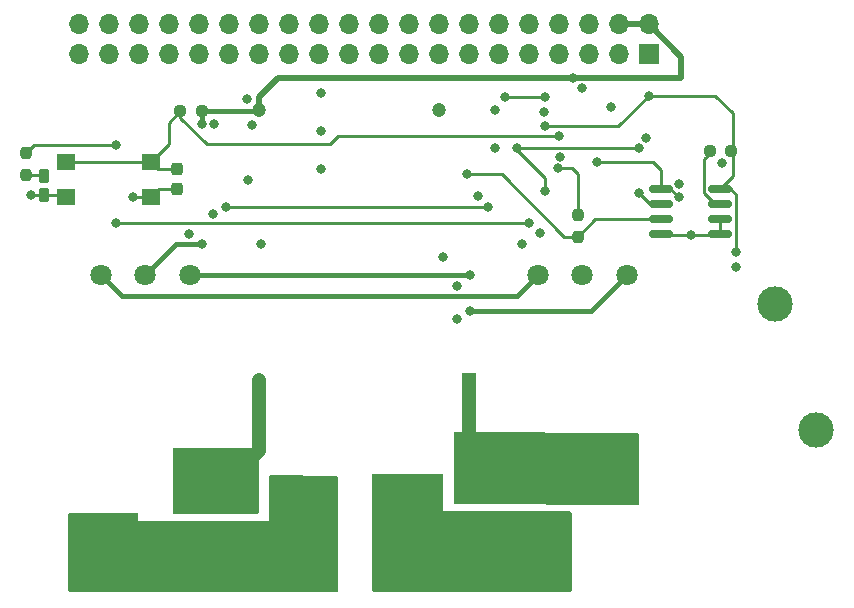
<source format=gtl>
%TF.GenerationSoftware,KiCad,Pcbnew,(6.0.8)*%
%TF.CreationDate,2023-02-20T09:44:42-06:00*%
%TF.ProjectId,PumpTimerV2,50756d70-5469-46d6-9572-56322e6b6963,rev?*%
%TF.SameCoordinates,Original*%
%TF.FileFunction,Copper,L1,Top*%
%TF.FilePolarity,Positive*%
%FSLAX46Y46*%
G04 Gerber Fmt 4.6, Leading zero omitted, Abs format (unit mm)*
G04 Created by KiCad (PCBNEW (6.0.8)) date 2023-02-20 09:44:42*
%MOMM*%
%LPD*%
G01*
G04 APERTURE LIST*
G04 Aperture macros list*
%AMRoundRect*
0 Rectangle with rounded corners*
0 $1 Rounding radius*
0 $2 $3 $4 $5 $6 $7 $8 $9 X,Y pos of 4 corners*
0 Add a 4 corners polygon primitive as box body*
4,1,4,$2,$3,$4,$5,$6,$7,$8,$9,$2,$3,0*
0 Add four circle primitives for the rounded corners*
1,1,$1+$1,$2,$3*
1,1,$1+$1,$4,$5*
1,1,$1+$1,$6,$7*
1,1,$1+$1,$8,$9*
0 Add four rect primitives between the rounded corners*
20,1,$1+$1,$2,$3,$4,$5,0*
20,1,$1+$1,$4,$5,$6,$7,0*
20,1,$1+$1,$6,$7,$8,$9,0*
20,1,$1+$1,$8,$9,$2,$3,0*%
G04 Aperture macros list end*
%TA.AperFunction,ComponentPad*%
%ADD10C,1.800000*%
%TD*%
%TA.AperFunction,ComponentPad*%
%ADD11C,2.100000*%
%TD*%
%TA.AperFunction,ComponentPad*%
%ADD12R,2.100000X2.100000*%
%TD*%
%TA.AperFunction,SMDPad,CuDef*%
%ADD13RoundRect,0.150000X-0.825000X-0.150000X0.825000X-0.150000X0.825000X0.150000X-0.825000X0.150000X0*%
%TD*%
%TA.AperFunction,SMDPad,CuDef*%
%ADD14R,1.600000X1.400000*%
%TD*%
%TA.AperFunction,SMDPad,CuDef*%
%ADD15RoundRect,0.237500X0.237500X-0.250000X0.237500X0.250000X-0.237500X0.250000X-0.237500X-0.250000X0*%
%TD*%
%TA.AperFunction,SMDPad,CuDef*%
%ADD16RoundRect,0.212500X0.212500X-0.400000X0.212500X0.400000X-0.212500X0.400000X-0.212500X-0.400000X0*%
%TD*%
%TA.AperFunction,ComponentPad*%
%ADD17R,1.200000X1.200000*%
%TD*%
%TA.AperFunction,ComponentPad*%
%ADD18C,1.200000*%
%TD*%
%TA.AperFunction,ComponentPad*%
%ADD19C,3.000000*%
%TD*%
%TA.AperFunction,SMDPad,CuDef*%
%ADD20RoundRect,0.237500X0.250000X0.237500X-0.250000X0.237500X-0.250000X-0.237500X0.250000X-0.237500X0*%
%TD*%
%TA.AperFunction,SMDPad,CuDef*%
%ADD21RoundRect,0.237500X-0.237500X0.300000X-0.237500X-0.300000X0.237500X-0.300000X0.237500X0.300000X0*%
%TD*%
%TA.AperFunction,SMDPad,CuDef*%
%ADD22RoundRect,0.237500X-0.237500X0.250000X-0.237500X-0.250000X0.237500X-0.250000X0.237500X0.250000X0*%
%TD*%
%TA.AperFunction,ComponentPad*%
%ADD23R,1.700000X1.700000*%
%TD*%
%TA.AperFunction,ComponentPad*%
%ADD24O,1.700000X1.700000*%
%TD*%
%TA.AperFunction,ViaPad*%
%ADD25C,0.800000*%
%TD*%
%TA.AperFunction,Conductor*%
%ADD26C,0.250000*%
%TD*%
%TA.AperFunction,Conductor*%
%ADD27C,0.500000*%
%TD*%
%TA.AperFunction,Conductor*%
%ADD28C,0.400000*%
%TD*%
%TA.AperFunction,Conductor*%
%ADD29C,1.200000*%
%TD*%
G04 APERTURE END LIST*
D10*
%TO.P,K2,1*%
%TO.N,/Reset*%
X87250000Y-86500000D03*
%TO.P,K2,6*%
%TO.N,/Set*%
X94750000Y-86500000D03*
%TO.P,K2,3*%
%TO.N,/Line2_out*%
X87250000Y-107500000D03*
%TO.P,K2,7*%
%TO.N,+5VD*%
X91000000Y-86500000D03*
%TO.P,K2,5*%
%TO.N,/Line2_in*%
X94750000Y-104000000D03*
%TD*%
%TO.P,K1,1*%
%TO.N,/Reset*%
X50250000Y-86500000D03*
%TO.P,K1,6*%
%TO.N,/Set*%
X57750000Y-86500000D03*
%TO.P,K1,3*%
%TO.N,/Line1_out*%
X50250000Y-107500000D03*
%TO.P,K1,7*%
%TO.N,+5VD*%
X54000000Y-86500000D03*
%TO.P,K1,5*%
%TO.N,/Line1_in*%
X57750000Y-104000000D03*
%TD*%
D11*
%TO.P,J3,2,2*%
%TO.N,/Line2_in*%
X81390000Y-104500000D03*
D12*
%TO.P,J3,1,1*%
%TO.N,/Line2_out*%
X76390000Y-104500000D03*
%TD*%
D11*
%TO.P,J2,2,2*%
%TO.N,/Line1_out*%
X67500000Y-104500000D03*
D12*
%TO.P,J2,1,1*%
%TO.N,/Line1_in*%
X62500000Y-104500000D03*
%TD*%
D13*
%TO.P,U2,1,SDA*%
%TO.N,/GPIO2(SDA1)*%
X97672200Y-79215200D03*
%TO.P,U2,2,SCL*%
%TO.N,/GPIO3(SCL1)*%
X97672200Y-80485200D03*
%TO.P,U2,3,ALERT*%
%TO.N,/~{TEMP_ALERT}*%
X97672200Y-81755200D03*
%TO.P,U2,4,GND*%
%TO.N,GND*%
X97672200Y-83025200D03*
%TO.P,U2,5,A2*%
X102622200Y-83025200D03*
%TO.P,U2,6,A1*%
X102622200Y-81755200D03*
%TO.P,U2,7,A0*%
%TO.N,Net-(R7-Pad2)*%
X102622200Y-80485200D03*
%TO.P,U2,8,VDD*%
%TO.N,+3V3*%
X102622200Y-79215200D03*
%TD*%
D14*
%TO.P,SW1,1,1*%
%TO.N,/GPIO4*%
X47300000Y-76900000D03*
X54500000Y-76900000D03*
%TO.P,SW1,2,2*%
%TO.N,GND*%
X47300000Y-79900000D03*
X54500000Y-79900000D03*
%TD*%
D15*
%TO.P,R14,1*%
%TO.N,Net-(D4-Pad2)*%
X43900000Y-78012500D03*
%TO.P,R14,2*%
%TO.N,/~{BTN_RDY}*%
X43900000Y-76187500D03*
%TD*%
D16*
%TO.P,D4,1,K*%
%TO.N,GND*%
X45400000Y-79712500D03*
%TO.P,D4,2,A*%
%TO.N,Net-(D4-Pad2)*%
X45400000Y-78087500D03*
%TD*%
D17*
%TO.P,PS1,1,VAC_IN(L)*%
%TO.N,/Line2_in*%
X81390000Y-95390000D03*
D18*
%TO.P,PS1,2,-VOUT*%
%TO.N,GND*%
X78850000Y-72530000D03*
%TO.P,PS1,3,+VOUT*%
%TO.N,+5VD*%
X63610000Y-72530000D03*
%TO.P,PS1,4,VAC_IN(N)*%
%TO.N,/Line1_in*%
X63610000Y-95390000D03*
%TD*%
D19*
%TO.P,BT1,NEG,-*%
%TO.N,GND*%
X110800000Y-99600000D03*
%TO.P,BT1,POS,+*%
%TO.N,Net-(BT1-PadPOS)*%
X107300000Y-88900000D03*
%TD*%
D20*
%TO.P,R13,1*%
%TO.N,+5VD*%
X58800000Y-72600000D03*
%TO.P,R13,2*%
%TO.N,/GPIO4*%
X56975000Y-72600000D03*
%TD*%
D21*
%TO.P,C4,1*%
%TO.N,/GPIO4*%
X56700000Y-77487500D03*
%TO.P,C4,2*%
%TO.N,GND*%
X56700000Y-79212500D03*
%TD*%
D22*
%TO.P,R6,1*%
%TO.N,+3V3*%
X90622200Y-81401500D03*
%TO.P,R6,2*%
%TO.N,/~{TEMP_ALERT}*%
X90622200Y-83226500D03*
%TD*%
D20*
%TO.P,R7,1*%
%TO.N,+3V3*%
X103625100Y-75964000D03*
%TO.P,R7,2*%
%TO.N,Net-(R7-Pad2)*%
X101800100Y-75964000D03*
%TD*%
D23*
%TO.P,J4,1,Pin_1*%
%TO.N,+3V3*%
X96630000Y-67770000D03*
D24*
%TO.P,J4,2,Pin_2*%
%TO.N,+5VD*%
X96630000Y-65230000D03*
%TO.P,J4,3,Pin_3*%
%TO.N,/GPIO2(SDA1)*%
X94090000Y-67770000D03*
%TO.P,J4,4,Pin_4*%
%TO.N,+5VD*%
X94090000Y-65230000D03*
%TO.P,J4,5,Pin_5*%
%TO.N,/GPIO3(SCL1)*%
X91550000Y-67770000D03*
%TO.P,J4,6,Pin_6*%
%TO.N,GND*%
X91550000Y-65230000D03*
%TO.P,J4,7,Pin_7*%
%TO.N,/GPIO4*%
X89010000Y-67770000D03*
%TO.P,J4,8,Pin_8*%
%TO.N,/RLY_R*%
X89010000Y-65230000D03*
%TO.P,J4,9,Pin_9*%
%TO.N,GND*%
X86470000Y-67770000D03*
%TO.P,J4,10,Pin_10*%
%TO.N,/~{BTN_RDY}*%
X86470000Y-65230000D03*
%TO.P,J4,11,Pin_11*%
%TO.N,/~{RTC_INT}*%
X83930000Y-67770000D03*
%TO.P,J4,12,Pin_12*%
%TO.N,/RLY_S*%
X83930000Y-65230000D03*
%TO.P,J4,13,Pin_13*%
%TO.N,unconnected-(J4-Pad13)*%
X81390000Y-67770000D03*
%TO.P,J4,14,Pin_14*%
%TO.N,GND*%
X81390000Y-65230000D03*
%TO.P,J4,15,Pin_15*%
%TO.N,unconnected-(J4-Pad15)*%
X78850000Y-67770000D03*
%TO.P,J4,16,Pin_16*%
%TO.N,/~{TEMP_ALERT}*%
X78850000Y-65230000D03*
%TO.P,J4,17,Pin_17*%
%TO.N,unconnected-(J4-Pad17)*%
X76310000Y-67770000D03*
%TO.P,J4,18,Pin_18*%
%TO.N,unconnected-(J4-Pad18)*%
X76310000Y-65230000D03*
%TO.P,J4,19,Pin_19*%
%TO.N,unconnected-(J4-Pad19)*%
X73770000Y-67770000D03*
%TO.P,J4,20,Pin_20*%
%TO.N,GND*%
X73770000Y-65230000D03*
%TO.P,J4,21,Pin_21*%
%TO.N,unconnected-(J4-Pad21)*%
X71230000Y-67770000D03*
%TO.P,J4,22,Pin_22*%
%TO.N,unconnected-(J4-Pad22)*%
X71230000Y-65230000D03*
%TO.P,J4,23,Pin_23*%
%TO.N,unconnected-(J4-Pad23)*%
X68690000Y-67770000D03*
%TO.P,J4,24,Pin_24*%
%TO.N,unconnected-(J4-Pad24)*%
X68690000Y-65230000D03*
%TO.P,J4,25,Pin_25*%
%TO.N,unconnected-(J4-Pad25)*%
X66150000Y-67770000D03*
%TO.P,J4,26,Pin_26*%
%TO.N,unconnected-(J4-Pad26)*%
X66150000Y-65230000D03*
%TO.P,J4,27,Pin_27*%
%TO.N,unconnected-(J4-Pad27)*%
X63610000Y-67770000D03*
%TO.P,J4,28,Pin_28*%
%TO.N,unconnected-(J4-Pad28)*%
X63610000Y-65230000D03*
%TO.P,J4,29,Pin_29*%
%TO.N,unconnected-(J4-Pad29)*%
X61070000Y-67770000D03*
%TO.P,J4,30,Pin_30*%
%TO.N,unconnected-(J4-Pad30)*%
X61070000Y-65230000D03*
%TO.P,J4,31,Pin_31*%
%TO.N,unconnected-(J4-Pad31)*%
X58530000Y-67770000D03*
%TO.P,J4,32,Pin_32*%
%TO.N,unconnected-(J4-Pad32)*%
X58530000Y-65230000D03*
%TO.P,J4,33,Pin_33*%
%TO.N,unconnected-(J4-Pad33)*%
X55990000Y-67770000D03*
%TO.P,J4,34,Pin_34*%
%TO.N,unconnected-(J4-Pad34)*%
X55990000Y-65230000D03*
%TO.P,J4,35,Pin_35*%
%TO.N,unconnected-(J4-Pad35)*%
X53450000Y-67770000D03*
%TO.P,J4,36,Pin_36*%
%TO.N,unconnected-(J4-Pad36)*%
X53450000Y-65230000D03*
%TO.P,J4,37,Pin_37*%
%TO.N,unconnected-(J4-Pad37)*%
X50910000Y-67770000D03*
%TO.P,J4,38,Pin_38*%
%TO.N,unconnected-(J4-Pad38)*%
X50910000Y-65230000D03*
%TO.P,J4,39,Pin_39*%
%TO.N,unconnected-(J4-Pad39)*%
X48370000Y-67770000D03*
%TO.P,J4,40,Pin_40*%
%TO.N,unconnected-(J4-Pad40)*%
X48370000Y-65230000D03*
%TD*%
D25*
%TO.N,/~{TEMP_ALERT}*%
X81224200Y-77919800D03*
%TO.N,GND*%
X89136575Y-76456073D03*
X104033400Y-85793800D03*
X99232800Y-78783400D03*
%TO.N,+3V3*%
X88945800Y-77437200D03*
X104058800Y-84498400D03*
%TO.N,/GPIO2(SDA1)*%
X92273200Y-76954600D03*
%TO.N,+3V3*%
X96630000Y-71327800D03*
%TO.N,/GPIO2(SDA1)*%
X99156600Y-79901000D03*
%TO.N,GND*%
X100172600Y-83126800D03*
%TO.N,/GPIO3(SCL1)*%
X95778400Y-79545400D03*
%TO.N,GND*%
X80400000Y-90200000D03*
X57700000Y-83000000D03*
X62600000Y-71600000D03*
X80400000Y-87400000D03*
X53000000Y-79900000D03*
X68900000Y-77500000D03*
X96413400Y-74922600D03*
X102800000Y-77000000D03*
X59700000Y-81300000D03*
X83600000Y-75750000D03*
X85900000Y-83900000D03*
X68900000Y-71100000D03*
X87800000Y-72700000D03*
X83600000Y-72500000D03*
X63800000Y-83900000D03*
X82200000Y-79800000D03*
X87400000Y-82900000D03*
X68900000Y-74300000D03*
X90999500Y-70649500D03*
X63000000Y-73750000D03*
X62700000Y-78400000D03*
X44300000Y-79700000D03*
X93400000Y-72300000D03*
X79200000Y-85000000D03*
X59800000Y-73700000D03*
%TO.N,+5VD*%
X58800000Y-83900000D03*
X58800000Y-73700000D03*
X90200000Y-69800000D03*
%TO.N,/Set*%
X81500000Y-89500000D03*
X81500000Y-86500000D03*
%TO.N,/~{RTC_INT}*%
X85516800Y-75735400D03*
X87850000Y-79350000D03*
X95780000Y-75720000D03*
%TO.N,/RLY_R*%
X84500000Y-71400000D03*
X87834999Y-71400000D03*
%TO.N,/RLY_S*%
X83050000Y-80750000D03*
X60850000Y-80750000D03*
%TO.N,+3V3*%
X87850000Y-73900000D03*
%TO.N,/~{BTN_RDY}*%
X86470000Y-82100000D03*
X51550000Y-75500000D03*
X51550000Y-82100000D03*
%TO.N,/GPIO4*%
X89010000Y-74690000D03*
%TD*%
D26*
%TO.N,+3V3*%
X103728600Y-78108800D02*
X102622200Y-79215200D01*
X103728600Y-72789000D02*
X103728600Y-78108800D01*
X102267400Y-71327800D02*
X103728600Y-72789000D01*
X96630000Y-71327800D02*
X102267400Y-71327800D01*
X103601600Y-79215200D02*
X102622200Y-79215200D01*
X104058800Y-79672400D02*
X103601600Y-79215200D01*
X104058800Y-84498400D02*
X104058800Y-79672400D01*
X88945800Y-77437200D02*
X90148905Y-77437200D01*
X90148905Y-77437200D02*
X90622200Y-77910495D01*
X90622200Y-77910495D02*
X90622200Y-81401500D01*
X94057800Y-73900000D02*
X87850000Y-73900000D01*
X96630000Y-71327800D02*
X94057800Y-73900000D01*
%TO.N,/~{RTC_INT}*%
X85532200Y-75720000D02*
X95780000Y-75720000D01*
X85516800Y-75735400D02*
X85532200Y-75720000D01*
X87850000Y-78275001D02*
X87850000Y-79350000D01*
X85516800Y-75735400D02*
X85516800Y-75941801D01*
X85516800Y-75941801D02*
X87850000Y-78275001D01*
%TO.N,/~{TEMP_ALERT}*%
X84170600Y-77919800D02*
X81224200Y-77919800D01*
X89477300Y-83226500D02*
X84170600Y-77919800D01*
X90622200Y-83226500D02*
X89477300Y-83226500D01*
X92093500Y-81755200D02*
X90622200Y-83226500D01*
X97672200Y-81755200D02*
X92093500Y-81755200D01*
%TO.N,/GPIO4*%
X69644800Y-75405200D02*
X70360000Y-74690000D01*
X70360000Y-74690000D02*
X89010000Y-74690000D01*
X59205200Y-75405200D02*
X69644800Y-75405200D01*
X56975000Y-73175000D02*
X59205200Y-75405200D01*
X56975000Y-72600000D02*
X56975000Y-73175000D01*
%TO.N,Net-(R7-Pad2)*%
X102245449Y-80485200D02*
X102622200Y-80485200D01*
X101322200Y-79561951D02*
X102245449Y-80485200D01*
X101322200Y-76695900D02*
X101322200Y-79561951D01*
X102054100Y-75964000D02*
X101322200Y-76695900D01*
%TO.N,/GPIO2(SDA1)*%
X97023000Y-76954600D02*
X97672200Y-77603800D01*
X96210200Y-76954600D02*
X97023000Y-76954600D01*
X97672200Y-77603800D02*
X97672200Y-79215200D01*
X92273200Y-76954600D02*
X96210200Y-76954600D01*
X98470800Y-79215200D02*
X99156600Y-79901000D01*
X97672200Y-79215200D02*
X98470800Y-79215200D01*
%TO.N,/GPIO3(SCL1)*%
X96718200Y-80485200D02*
X95778400Y-79545400D01*
X97672200Y-80485200D02*
X96718200Y-80485200D01*
%TO.N,GND*%
X102622200Y-81755200D02*
X102622200Y-83025200D01*
X100172600Y-83126800D02*
X97773800Y-83126800D01*
X100172600Y-83126800D02*
X102520600Y-83126800D01*
D27*
%TO.N,+5VD*%
X94090000Y-65230000D02*
X96630000Y-65230000D01*
X99400000Y-68000000D02*
X96630000Y-65230000D01*
X99400000Y-68000000D02*
X99400000Y-69800000D01*
X92100000Y-69800000D02*
X99400000Y-69800000D01*
X90200000Y-69800000D02*
X92100000Y-69800000D01*
D26*
%TO.N,GND*%
X56700000Y-79212500D02*
X55187500Y-79212500D01*
X45400000Y-79712500D02*
X46512500Y-79712500D01*
X55187500Y-79212500D02*
X54500000Y-79900000D01*
X44300000Y-79700000D02*
X45387500Y-79700000D01*
X53000000Y-79900000D02*
X54500000Y-79900000D01*
D27*
%TO.N,+5VD*%
X63610000Y-71390000D02*
X65200000Y-69800000D01*
D28*
X58800000Y-73700000D02*
X58800000Y-72600000D01*
X58800000Y-72600000D02*
X63540000Y-72600000D01*
X56600000Y-83900000D02*
X54000000Y-86500000D01*
D27*
X63610000Y-72530000D02*
X63610000Y-71390000D01*
X65200000Y-69800000D02*
X90200000Y-69800000D01*
D26*
X63540000Y-72600000D02*
X63610000Y-72530000D01*
D28*
X58800000Y-83900000D02*
X56600000Y-83900000D01*
%TO.N,/Set*%
X81500000Y-89500000D02*
X91750000Y-89500000D01*
X57750000Y-86500000D02*
X81500000Y-86500000D01*
X91750000Y-89500000D02*
X94750000Y-86500000D01*
%TO.N,/Reset*%
X50250000Y-86500000D02*
X52050000Y-88300000D01*
X85450000Y-88300000D02*
X87250000Y-86500000D01*
X52050000Y-88300000D02*
X85450000Y-88300000D01*
D29*
%TO.N,/Line1_in*%
X63610000Y-101390000D02*
X62650000Y-102350000D01*
X63610000Y-95390000D02*
X63610000Y-101390000D01*
X62650000Y-104350000D02*
X62500000Y-104500000D01*
X62650000Y-102350000D02*
X62650000Y-104350000D01*
%TO.N,/Line2_in*%
X81390000Y-104500000D02*
X81390000Y-95390000D01*
D26*
%TO.N,/RLY_R*%
X87834999Y-71400000D02*
X84500000Y-71400000D01*
%TO.N,/RLY_S*%
X60850000Y-80750000D02*
X83050000Y-80750000D01*
%TO.N,Net-(D4-Pad2)*%
X43900000Y-78012500D02*
X45325000Y-78012500D01*
%TO.N,/~{BTN_RDY}*%
X51550000Y-82100000D02*
X86470000Y-82100000D01*
X44587500Y-75500000D02*
X43900000Y-76187500D01*
X51550000Y-75500000D02*
X44587500Y-75500000D01*
%TO.N,/GPIO4*%
X56000000Y-73575000D02*
X56000000Y-75400000D01*
X56700000Y-77487500D02*
X55087500Y-77487500D01*
X56000000Y-75400000D02*
X54500000Y-76900000D01*
X56000000Y-73575000D02*
X56975000Y-72600000D01*
X55087500Y-77487500D02*
X54500000Y-76900000D01*
X54500000Y-76900000D02*
X47300000Y-76900000D01*
%TD*%
%TA.AperFunction,Conductor*%
%TO.N,/Line2_in*%
G36*
X95565612Y-99849254D02*
G01*
X95674401Y-99849600D01*
X95742458Y-99869819D01*
X95788780Y-99923622D01*
X95800000Y-99975599D01*
X95800000Y-105823598D01*
X95779998Y-105891719D01*
X95726342Y-105938212D01*
X95673599Y-105949597D01*
X80334388Y-105900746D01*
X80225599Y-105900400D01*
X80157542Y-105880181D01*
X80111220Y-105826378D01*
X80100000Y-105774401D01*
X80100000Y-99926402D01*
X80120002Y-99858281D01*
X80173658Y-99811788D01*
X80226401Y-99800403D01*
X95565612Y-99849254D01*
G37*
%TD.AperFunction*%
%TD*%
%TA.AperFunction,Conductor*%
%TO.N,/Line2_out*%
G36*
X79142121Y-103320002D02*
G01*
X79188614Y-103373658D01*
X79200000Y-103426000D01*
X79200000Y-106500000D01*
X89974000Y-106500000D01*
X90042121Y-106520002D01*
X90088614Y-106573658D01*
X90100000Y-106626000D01*
X90100000Y-113174000D01*
X90079998Y-113242121D01*
X90026342Y-113288614D01*
X89974000Y-113300000D01*
X73326000Y-113300000D01*
X73257879Y-113279998D01*
X73211386Y-113226342D01*
X73200000Y-113174000D01*
X73200000Y-103426000D01*
X73220002Y-103357879D01*
X73273658Y-103311386D01*
X73326000Y-103300000D01*
X79074000Y-103300000D01*
X79142121Y-103320002D01*
G37*
%TD.AperFunction*%
%TD*%
%TA.AperFunction,Conductor*%
%TO.N,/Line1_out*%
G36*
X70174538Y-103474464D02*
G01*
X70242573Y-103494757D01*
X70288836Y-103548611D01*
X70300000Y-103600463D01*
X70300000Y-113198862D01*
X70279998Y-113266983D01*
X70226342Y-113313476D01*
X70173863Y-113324862D01*
X48095612Y-113300653D01*
X47625862Y-113300138D01*
X47557763Y-113280061D01*
X47511329Y-113226355D01*
X47500000Y-113174138D01*
X47500000Y-106726000D01*
X47520002Y-106657879D01*
X47573658Y-106611386D01*
X47626000Y-106600000D01*
X53274000Y-106600000D01*
X53342121Y-106620002D01*
X53388614Y-106673658D01*
X53400000Y-106726000D01*
X53400000Y-107300000D01*
X64450000Y-107300000D01*
X64450000Y-103576540D01*
X64470002Y-103508419D01*
X64523658Y-103461926D01*
X64576538Y-103450541D01*
X70174538Y-103474464D01*
G37*
%TD.AperFunction*%
%TD*%
%TA.AperFunction,Conductor*%
%TO.N,/Line1_in*%
G36*
X63566557Y-101120002D02*
G01*
X63613050Y-101173658D01*
X63624435Y-101226562D01*
X63600560Y-106574562D01*
X63580254Y-106642593D01*
X63526391Y-106688846D01*
X63474561Y-106700000D01*
X56464064Y-106700000D01*
X56395943Y-106679998D01*
X56349450Y-106626342D01*
X56338065Y-106573438D01*
X56361940Y-101225438D01*
X56382246Y-101157407D01*
X56436109Y-101111154D01*
X56487939Y-101100000D01*
X63498436Y-101100000D01*
X63566557Y-101120002D01*
G37*
%TD.AperFunction*%
%TD*%
M02*

</source>
